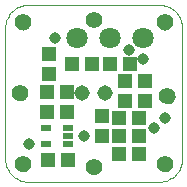
<source format=gts>
G75*
%MOIN*%
%OFA0B0*%
%FSLAX24Y24*%
%IPPOS*%
%LPD*%
%AMOC8*
5,1,8,0,0,1.08239X$1,22.5*
%
%ADD10C,0.0039*%
%ADD11C,0.0000*%
%ADD12C,0.0552*%
%ADD13R,0.0383X0.0245*%
%ADD14R,0.0474X0.0474*%
%ADD15C,0.0516*%
%ADD16C,0.0710*%
%ADD17C,0.0382*%
D10*
X000907Y000139D02*
X005238Y000139D01*
X005292Y000141D01*
X005345Y000146D01*
X005398Y000155D01*
X005450Y000168D01*
X005502Y000184D01*
X005552Y000204D01*
X005600Y000227D01*
X005647Y000254D01*
X005692Y000283D01*
X005735Y000316D01*
X005775Y000351D01*
X005813Y000389D01*
X005848Y000429D01*
X005881Y000472D01*
X005910Y000517D01*
X005937Y000564D01*
X005960Y000612D01*
X005980Y000662D01*
X005996Y000714D01*
X006009Y000766D01*
X006018Y000819D01*
X006023Y000872D01*
X006025Y000926D01*
X006025Y005257D01*
X006023Y005311D01*
X006018Y005364D01*
X006009Y005417D01*
X005996Y005469D01*
X005980Y005521D01*
X005960Y005571D01*
X005937Y005619D01*
X005910Y005666D01*
X005881Y005711D01*
X005848Y005754D01*
X005813Y005794D01*
X005775Y005832D01*
X005735Y005867D01*
X005692Y005900D01*
X005647Y005929D01*
X005600Y005956D01*
X005552Y005979D01*
X005502Y005999D01*
X005450Y006015D01*
X005398Y006028D01*
X005345Y006037D01*
X005292Y006042D01*
X005238Y006044D01*
X000907Y006044D01*
X000853Y006042D01*
X000800Y006037D01*
X000747Y006028D01*
X000695Y006015D01*
X000643Y005999D01*
X000593Y005979D01*
X000545Y005956D01*
X000498Y005929D01*
X000453Y005900D01*
X000410Y005867D01*
X000370Y005832D01*
X000332Y005794D01*
X000297Y005754D01*
X000264Y005711D01*
X000235Y005666D01*
X000208Y005619D01*
X000185Y005571D01*
X000165Y005521D01*
X000149Y005469D01*
X000136Y005417D01*
X000127Y005364D01*
X000122Y005311D01*
X000120Y005257D01*
X000120Y000926D01*
X000122Y000872D01*
X000127Y000819D01*
X000136Y000766D01*
X000149Y000714D01*
X000165Y000662D01*
X000185Y000612D01*
X000208Y000564D01*
X000235Y000517D01*
X000264Y000472D01*
X000297Y000429D01*
X000332Y000389D01*
X000370Y000351D01*
X000410Y000316D01*
X000453Y000283D01*
X000498Y000254D01*
X000545Y000227D01*
X000593Y000204D01*
X000643Y000184D01*
X000695Y000168D01*
X000747Y000155D01*
X000800Y000146D01*
X000853Y000141D01*
X000907Y000139D01*
D11*
X000474Y000729D02*
X000476Y000759D01*
X000482Y000789D01*
X000491Y000818D01*
X000504Y000845D01*
X000521Y000870D01*
X000540Y000893D01*
X000563Y000914D01*
X000588Y000931D01*
X000614Y000945D01*
X000643Y000955D01*
X000672Y000962D01*
X000702Y000965D01*
X000733Y000964D01*
X000763Y000959D01*
X000792Y000950D01*
X000819Y000938D01*
X000845Y000923D01*
X000869Y000904D01*
X000890Y000882D01*
X000908Y000858D01*
X000923Y000831D01*
X000934Y000803D01*
X000942Y000774D01*
X000946Y000744D01*
X000946Y000714D01*
X000942Y000684D01*
X000934Y000655D01*
X000923Y000627D01*
X000908Y000600D01*
X000890Y000576D01*
X000869Y000554D01*
X000845Y000535D01*
X000819Y000520D01*
X000792Y000508D01*
X000763Y000499D01*
X000733Y000494D01*
X000702Y000493D01*
X000672Y000496D01*
X000643Y000503D01*
X000614Y000513D01*
X000588Y000527D01*
X000563Y000544D01*
X000540Y000565D01*
X000521Y000588D01*
X000504Y000613D01*
X000491Y000640D01*
X000482Y000669D01*
X000476Y000699D01*
X000474Y000729D01*
X000376Y003091D02*
X000378Y003121D01*
X000384Y003151D01*
X000393Y003180D01*
X000406Y003207D01*
X000423Y003232D01*
X000442Y003255D01*
X000465Y003276D01*
X000490Y003293D01*
X000516Y003307D01*
X000545Y003317D01*
X000574Y003324D01*
X000604Y003327D01*
X000635Y003326D01*
X000665Y003321D01*
X000694Y003312D01*
X000721Y003300D01*
X000747Y003285D01*
X000771Y003266D01*
X000792Y003244D01*
X000810Y003220D01*
X000825Y003193D01*
X000836Y003165D01*
X000844Y003136D01*
X000848Y003106D01*
X000848Y003076D01*
X000844Y003046D01*
X000836Y003017D01*
X000825Y002989D01*
X000810Y002962D01*
X000792Y002938D01*
X000771Y002916D01*
X000747Y002897D01*
X000721Y002882D01*
X000694Y002870D01*
X000665Y002861D01*
X000635Y002856D01*
X000604Y002855D01*
X000574Y002858D01*
X000545Y002865D01*
X000516Y002875D01*
X000490Y002889D01*
X000465Y002906D01*
X000442Y002927D01*
X000423Y002950D01*
X000406Y002975D01*
X000393Y003002D01*
X000384Y003031D01*
X000378Y003061D01*
X000376Y003091D01*
X000474Y005454D02*
X000476Y005484D01*
X000482Y005514D01*
X000491Y005543D01*
X000504Y005570D01*
X000521Y005595D01*
X000540Y005618D01*
X000563Y005639D01*
X000588Y005656D01*
X000614Y005670D01*
X000643Y005680D01*
X000672Y005687D01*
X000702Y005690D01*
X000733Y005689D01*
X000763Y005684D01*
X000792Y005675D01*
X000819Y005663D01*
X000845Y005648D01*
X000869Y005629D01*
X000890Y005607D01*
X000908Y005583D01*
X000923Y005556D01*
X000934Y005528D01*
X000942Y005499D01*
X000946Y005469D01*
X000946Y005439D01*
X000942Y005409D01*
X000934Y005380D01*
X000923Y005352D01*
X000908Y005325D01*
X000890Y005301D01*
X000869Y005279D01*
X000845Y005260D01*
X000819Y005245D01*
X000792Y005233D01*
X000763Y005224D01*
X000733Y005219D01*
X000702Y005218D01*
X000672Y005221D01*
X000643Y005228D01*
X000614Y005238D01*
X000588Y005252D01*
X000563Y005269D01*
X000540Y005290D01*
X000521Y005313D01*
X000504Y005338D01*
X000491Y005365D01*
X000482Y005394D01*
X000476Y005424D01*
X000474Y005454D01*
X002836Y005552D02*
X002838Y005582D01*
X002844Y005612D01*
X002853Y005641D01*
X002866Y005668D01*
X002883Y005693D01*
X002902Y005716D01*
X002925Y005737D01*
X002950Y005754D01*
X002976Y005768D01*
X003005Y005778D01*
X003034Y005785D01*
X003064Y005788D01*
X003095Y005787D01*
X003125Y005782D01*
X003154Y005773D01*
X003181Y005761D01*
X003207Y005746D01*
X003231Y005727D01*
X003252Y005705D01*
X003270Y005681D01*
X003285Y005654D01*
X003296Y005626D01*
X003304Y005597D01*
X003308Y005567D01*
X003308Y005537D01*
X003304Y005507D01*
X003296Y005478D01*
X003285Y005450D01*
X003270Y005423D01*
X003252Y005399D01*
X003231Y005377D01*
X003207Y005358D01*
X003181Y005343D01*
X003154Y005331D01*
X003125Y005322D01*
X003095Y005317D01*
X003064Y005316D01*
X003034Y005319D01*
X003005Y005326D01*
X002976Y005336D01*
X002950Y005350D01*
X002925Y005367D01*
X002902Y005388D01*
X002883Y005411D01*
X002866Y005436D01*
X002853Y005463D01*
X002844Y005492D01*
X002838Y005522D01*
X002836Y005552D01*
X005199Y005454D02*
X005201Y005484D01*
X005207Y005514D01*
X005216Y005543D01*
X005229Y005570D01*
X005246Y005595D01*
X005265Y005618D01*
X005288Y005639D01*
X005313Y005656D01*
X005339Y005670D01*
X005368Y005680D01*
X005397Y005687D01*
X005427Y005690D01*
X005458Y005689D01*
X005488Y005684D01*
X005517Y005675D01*
X005544Y005663D01*
X005570Y005648D01*
X005594Y005629D01*
X005615Y005607D01*
X005633Y005583D01*
X005648Y005556D01*
X005659Y005528D01*
X005667Y005499D01*
X005671Y005469D01*
X005671Y005439D01*
X005667Y005409D01*
X005659Y005380D01*
X005648Y005352D01*
X005633Y005325D01*
X005615Y005301D01*
X005594Y005279D01*
X005570Y005260D01*
X005544Y005245D01*
X005517Y005233D01*
X005488Y005224D01*
X005458Y005219D01*
X005427Y005218D01*
X005397Y005221D01*
X005368Y005228D01*
X005339Y005238D01*
X005313Y005252D01*
X005288Y005269D01*
X005265Y005290D01*
X005246Y005313D01*
X005229Y005338D01*
X005216Y005365D01*
X005207Y005394D01*
X005201Y005424D01*
X005199Y005454D01*
X005297Y002993D02*
X005299Y003023D01*
X005305Y003053D01*
X005314Y003082D01*
X005327Y003109D01*
X005344Y003134D01*
X005363Y003157D01*
X005386Y003178D01*
X005411Y003195D01*
X005437Y003209D01*
X005466Y003219D01*
X005495Y003226D01*
X005525Y003229D01*
X005556Y003228D01*
X005586Y003223D01*
X005615Y003214D01*
X005642Y003202D01*
X005668Y003187D01*
X005692Y003168D01*
X005713Y003146D01*
X005731Y003122D01*
X005746Y003095D01*
X005757Y003067D01*
X005765Y003038D01*
X005769Y003008D01*
X005769Y002978D01*
X005765Y002948D01*
X005757Y002919D01*
X005746Y002891D01*
X005731Y002864D01*
X005713Y002840D01*
X005692Y002818D01*
X005668Y002799D01*
X005642Y002784D01*
X005615Y002772D01*
X005586Y002763D01*
X005556Y002758D01*
X005525Y002757D01*
X005495Y002760D01*
X005466Y002767D01*
X005437Y002777D01*
X005411Y002791D01*
X005386Y002808D01*
X005363Y002829D01*
X005344Y002852D01*
X005327Y002877D01*
X005314Y002904D01*
X005305Y002933D01*
X005299Y002963D01*
X005297Y002993D01*
X005199Y000729D02*
X005201Y000759D01*
X005207Y000789D01*
X005216Y000818D01*
X005229Y000845D01*
X005246Y000870D01*
X005265Y000893D01*
X005288Y000914D01*
X005313Y000931D01*
X005339Y000945D01*
X005368Y000955D01*
X005397Y000962D01*
X005427Y000965D01*
X005458Y000964D01*
X005488Y000959D01*
X005517Y000950D01*
X005544Y000938D01*
X005570Y000923D01*
X005594Y000904D01*
X005615Y000882D01*
X005633Y000858D01*
X005648Y000831D01*
X005659Y000803D01*
X005667Y000774D01*
X005671Y000744D01*
X005671Y000714D01*
X005667Y000684D01*
X005659Y000655D01*
X005648Y000627D01*
X005633Y000600D01*
X005615Y000576D01*
X005594Y000554D01*
X005570Y000535D01*
X005544Y000520D01*
X005517Y000508D01*
X005488Y000499D01*
X005458Y000494D01*
X005427Y000493D01*
X005397Y000496D01*
X005368Y000503D01*
X005339Y000513D01*
X005313Y000527D01*
X005288Y000544D01*
X005265Y000565D01*
X005246Y000588D01*
X005229Y000613D01*
X005216Y000640D01*
X005207Y000669D01*
X005201Y000699D01*
X005199Y000729D01*
X002836Y000631D02*
X002838Y000661D01*
X002844Y000691D01*
X002853Y000720D01*
X002866Y000747D01*
X002883Y000772D01*
X002902Y000795D01*
X002925Y000816D01*
X002950Y000833D01*
X002976Y000847D01*
X003005Y000857D01*
X003034Y000864D01*
X003064Y000867D01*
X003095Y000866D01*
X003125Y000861D01*
X003154Y000852D01*
X003181Y000840D01*
X003207Y000825D01*
X003231Y000806D01*
X003252Y000784D01*
X003270Y000760D01*
X003285Y000733D01*
X003296Y000705D01*
X003304Y000676D01*
X003308Y000646D01*
X003308Y000616D01*
X003304Y000586D01*
X003296Y000557D01*
X003285Y000529D01*
X003270Y000502D01*
X003252Y000478D01*
X003231Y000456D01*
X003207Y000437D01*
X003181Y000422D01*
X003154Y000410D01*
X003125Y000401D01*
X003095Y000396D01*
X003064Y000395D01*
X003034Y000398D01*
X003005Y000405D01*
X002976Y000415D01*
X002950Y000429D01*
X002925Y000446D01*
X002902Y000467D01*
X002883Y000490D01*
X002866Y000515D01*
X002853Y000542D01*
X002844Y000571D01*
X002838Y000601D01*
X002836Y000631D01*
D12*
X000710Y000729D03*
X000612Y003091D03*
X000710Y005454D03*
X003072Y005552D03*
X005435Y005454D03*
X005533Y002993D03*
X005435Y000729D03*
X003072Y000631D03*
D13*
X002226Y001418D03*
X002226Y001674D03*
X002226Y001930D03*
X001478Y001930D03*
X001478Y001418D03*
D14*
X001537Y000867D03*
X002206Y000867D03*
X003348Y001654D03*
X003919Y001674D03*
X003919Y002265D03*
X003348Y002324D03*
X004116Y002835D03*
X004588Y002265D03*
X004588Y001674D03*
X004588Y001083D03*
X003919Y001083D03*
X002187Y002461D03*
X001517Y002461D03*
X001517Y003131D03*
X001576Y003741D03*
X002187Y003131D03*
X002344Y004076D03*
X003013Y004076D03*
X003604Y004076D03*
X004116Y003505D03*
X004273Y004076D03*
X004785Y003505D03*
X004785Y002835D03*
X001576Y004410D03*
D15*
X002698Y003091D03*
X003446Y003091D03*
D16*
X003624Y004942D03*
X002521Y004942D03*
X004726Y004942D03*
D17*
X004254Y004548D03*
X004726Y004233D03*
X005435Y002284D03*
X005080Y001950D03*
X002738Y001674D03*
X000907Y001418D03*
X001793Y004942D03*
M02*

</source>
